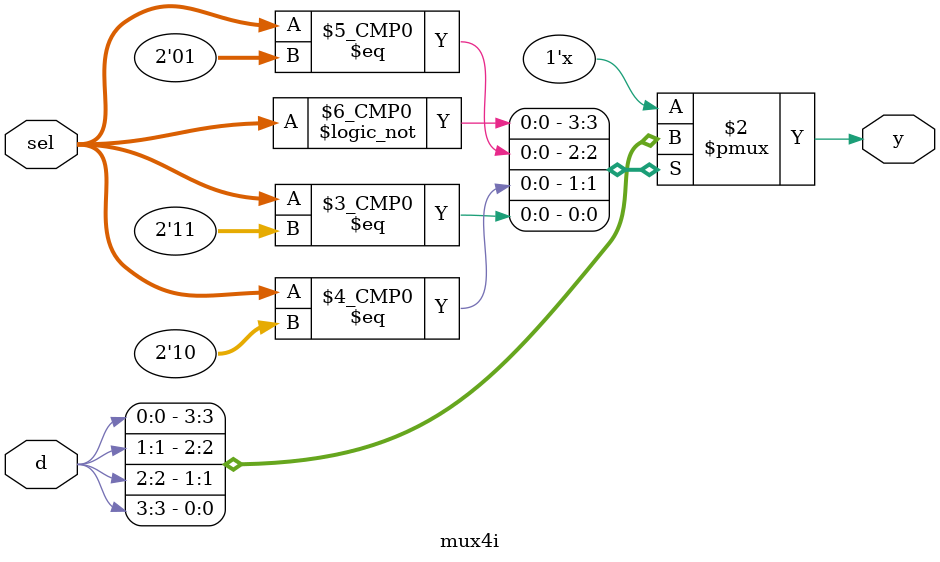
<source format=v>
`timescale 1ns / 1ps


module mux4i(
input [1:0]sel,
input [3:0]d,
output reg y
);

always @(sel) begin
case(sel)
 2'b00 : y = d[0];
 2'b01 : y = d[1];
 2'b10 : y = d[2];
 2'b11 : y = d[3];
 default :y =4'b0000; 


endcase
end
endmodule

</source>
